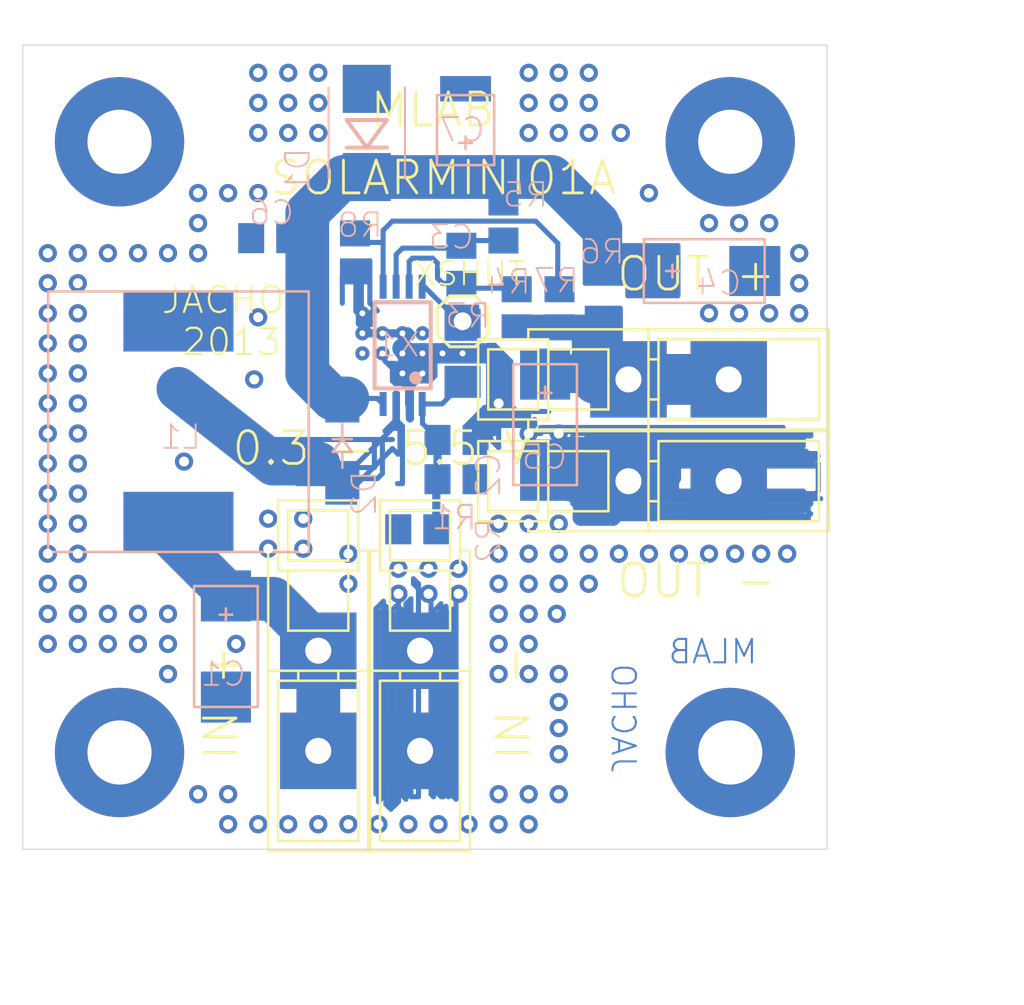
<source format=kicad_pcb>
(kicad_pcb (version 20211014) (generator pcbnew)
  (layers (0 "F.Cu" signal) (31 "B.Cu" signal) (34 "B.Paste" user) (35 "F.Paste" user) (36 "B.SilkS" user "B.Silkscreen") (37 "F.SilkS" user "F.Silkscreen") (38 "B.Mask" user) (39 "F.Mask" user) (44 "Edge.Cuts" user))
  (net 0 "")
  (net 1 "N$1")
  (net 2 "N$3")
  (net 3 "GND")
  (net 4 "N$6")
  (net 5 "N$2")
  (net 6 "N$4")
  (net 7 "N$5")
  (net 8 "N$8")
  (net 9 "VCTRL")
  (net 10 "N$9")
  (footprint "untitled:WAGO256" (layer "F.Cu") (at 143.1811 117.7036 90)
    (fp_text reference "SV1" hide)
    (fp_text value "")
  )
  (footprint "untitled:MA01-1" (layer "F.Cu") (at 150.3811 98.7236)
    (fp_text reference "SV5" hide)
    (fp_text value "")
  )
  (footprint "untitled:WAGO256" (layer "F.Cu") (at 161.2011 101.6236 180)
    (fp_text reference "SV3" hide)
    (fp_text value "")
  )
  (footprint "untitled:SROUB3M" (layer "F.Cu") (at 133.2611 120.2436)
    (fp_text reference "X5" hide)
    (fp_text value "SROUB3M" hide)
  )
  (footprint "untitled:SROUB3M" (layer "F.Cu") (at 133.2611 89.7636 90)
    (fp_text reference "X4" hide)
    (fp_text value "SROUB3M" hide)
  )
  (footprint "untitled:SROUB3M" (layer "F.Cu") (at 163.7411 89.7636)
    (fp_text reference "X2" hide)
    (fp_text value "SROUB3M" hide)
  )
  (footprint "untitled:WAGO256" (layer "F.Cu") (at 161.2011 106.7036 180)
    (fp_text reference "SV4" hide)
    (fp_text value "")
  )
  (footprint "untitled:WAGO256" (layer "F.Cu") (at 148.2611 117.7036 90)
    (fp_text reference "SV2" hide)
    (fp_text value "")
  )
  (footprint "untitled:SROUB3M" (layer "F.Cu") (at 163.7411 120.2436)
    (fp_text reference "X3" hide)
    (fp_text value "SROUB3M" hide)
  )
  (footprint "untitled:0805" (layer "B.Cu") (at 153.0811 98.0736 -90)
    (fp_text reference "R4")
    (fp_text value "1k")
  )
  (footprint "untitled:0805" (layer "B.Cu") (at 152.4211 93.7436 90)
    (fp_text reference "R5")
    (fp_text value "1k")
  )
  (footprint "untitled:C" (layer "B.Cu") (at 154.5011 103.8836 90)
    (fp_text reference "C5")
    (fp_text value "47uF")
  )
  (footprint "untitled:TSSOP8" (layer "B.Cu") (at 147.3911 99.9236 180)
    (fp_text reference "X1")
    (fp_text value "SPV1040")
  )
  (footprint "untitled:0805" (layer "B.Cu") (at 150.0811 106.6036 180)
    (fp_text reference "R2")
    (fp_text value "DNM")
  )
  (footprint "untitled:0805" (layer "B.Cu") (at 148.1211 109.1036 180)
    (fp_text reference "R1")
    (fp_text value "1k")
  )
  (footprint "untitled:0805" (layer "B.Cu") (at 155.2211 98.0736 -90)
    (fp_text reference "R7")
    (fp_text value "")
  )
  (footprint "untitled:C0805" (layer "B.Cu") (at 140.7811 94.5736 180)
    (fp_text reference "C6")
    (fp_text value "100nF")
  )
  (footprint "untitled:C" (layer "B.Cu") (at 138.5711 114.9536 90)
    (fp_text reference "C1")
    (fp_text value "47uF")
  )
  (footprint "untitled:0805" (layer "B.Cu") (at 145.0111 95.2836 90)
    (fp_text reference "R8")
    (fp_text value "")
  )
  (footprint "untitled:1206" (layer "B.Cu") (at 157.3811 97.3236 -90)
    (fp_text reference "R6")
    (fp_text value "0R")
  )
  (footprint "untitled:C" (layer "B.Cu") (at 162.4411 96.2136 180)
    (fp_text reference "C4")
    (fp_text value "47uF")
  )
  (footprint "untitled:C0805" (layer "B.Cu") (at 150.3211 95.9036 90)
    (fp_text reference "C3")
    (fp_text value "1uF")
  )
  (footprint "untitled:SMB" (layer "B.Cu") (at 145.6011 89.3236 90)
    (fp_text reference "D1")
    (fp_text value "SMBJ5.0A")
  )
  (footprint "untitled:SMA" (layer "B.Cu") (at 144.3811 104.9236 90)
    (fp_text reference "D2")
    (fp_text value "15MQ040N")
  )
  (footprint "untitled:B" (layer "B.Cu") (at 150.5311 89.0236 -90)
    (fp_text reference "C7")
    (fp_text value "10uF")
  )
  (footprint "untitled:C0805" (layer "B.Cu") (at 150.0811 104.6436)
    (fp_text reference "C2")
    (fp_text value "1nF")
  )
  (footprint "untitled:DE1205-10" (layer "B.Cu") (at 136.2011 103.7336 90)
    (fp_text reference "L1")
    (fp_text value "10uH")
  )
  (footprint "untitled:1206" (layer "B.Cu") (at 150.3811 100.3236 90)
    (fp_text reference "R3")
    (fp_text value "0R")
  )
  (gr_line (start 128.4351 125.0696) (end 168.5671 125.0696) (layer "Edge.Cuts") (width 0.05))
  (gr_line (start 168.5671 84.9376) (end 128.4351 84.9376) (layer "Edge.Cuts") (width 0.05))
  (gr_line (start 168.5671 125.0696) (end 168.5671 84.9376) (layer "Edge.Cuts") (width 0.05))
  (gr_line (start 128.4351 84.9376) (end 128.4351 125.0696) (layer "Edge.Cuts") (width 0.05))
  (gr_text "MLAB" (at 160.5811 114.5236) (layer "B.Cu") (effects (font (size 1.1684 1.1684) (thickness 0.1016)) (justify right top mirror)))
  (gr_text "JACHO" (at 159.0811 115.7236 -90) (layer "B.Cu") (effects (font (size 1.1684 1.1684) (thickness 0.1016)) (justify right top mirror)))
  (gr_text "MLAB" (at 145.6811 89.1236) (layer "F.SilkS") (effects (font (size 1.63576 1.63576) (thickness 0.14224)) (justify left bottom)))
  (gr_text "JACHO" (at 135.2811 98.4236) (layer "F.SilkS") (effects (font (size 1.308608 1.308608) (thickness 0.113792)) (justify left bottom)))
  (gr_text "OUT -" (at 157.9811 112.6236) (layer "F.SilkS") (effects (font (size 1.63576 1.63576) (thickness 0.14224)) (justify left bottom)))
  (gr_text "XSHUT" (at 147.8811 97.0236) (layer "F.SilkS") (effects (font (size 1.1684 1.1684) (thickness 0.1016)) (justify left bottom)))
  (gr_text "IN -" (at 153.8811 120.7236 90) (layer "F.SilkS") (effects (font (size 1.63576 1.63576) (thickness 0.14224)) (justify left bottom)))
  (gr_text "0.3 - 5.5 V" (at 138.7811 106.0236) (layer "F.SilkS") (effects (font (size 1.63576 1.63576) (thickness 0.14224)) (justify left bottom)))
  (gr_text "IN +" (at 139.2811 120.7236 90) (layer "F.SilkS") (effects (font (size 1.63576 1.63576) (thickness 0.14224)) (justify left bottom)))
  (gr_text "SOLARMINI01A" (at 140.6811 92.5236) (layer "F.SilkS") (effects (font (size 1.63576 1.63576) (thickness 0.14224)) (justify left bottom)))
  (gr_text "2013" (at 136.2811 100.5236) (layer "F.SilkS") (effects (font (size 1.308608 1.308608) (thickness 0.113792)) (justify left bottom)))
  (gr_text "OUT +" (at 157.9811 97.3236) (layer "F.SilkS") (effects (font (size 1.63576 1.63576) (thickness 0.14224)) (justify left bottom)))
  (segment (start 143.1711 114.8136) (end 140.9311 112.5736) (width 2.1844) (layer "B.Cu") (net 1))
  (segment (start 138.6761 112.3236) (end 138.6761 112.3186) (width 2.1844) (layer "B.Cu") (net 1))
  (segment (start 143.1811 115.1636) (end 143.1811 120.1636) (width 2.1844) (layer "B.Cu") (net 1))
  (segment (start 138.6811 112.3236) (end 138.6761 112.3236) (width 2.1844) (layer "B.Cu") (net 1))
  (segment (start 140.9311 112.5736) (end 138.9311 112.5736) (width 2.1844) (layer "B.Cu") (net 1))
  (segment (start 138.9311 112.5736) (end 138.6811 112.3236) (width 2.1844) (layer "B.Cu") (net 1))
  (segment (start 138.6761 112.3186) (end 135.1811 108.8236) (width 2.1844) (layer "B.Cu") (net 1))
  (segment (start 138.6761 112.3236) (end 138.5711 112.4286) (width 2.1844) (layer "B.Cu") (net 1))
  (segment (start 135.1811 108.8236) (end 136.1111 108.8236) (width 2.1844) (layer "B.Cu") (net 1))
  (segment (start 136.1111 108.8236) (end 136.2011 108.7336) (width 2.1844) (layer "B.Cu") (net 1))
  (segment (start 143.1811 115.1636) (end 143.1711 114.8136) (width 2.1844) (layer "B.Cu") (net 1))
  (segment (start 148.3811 102.8636) (end 148.3811 103.8236) (width 0.254) (layer "B.Cu") (net 2))
  (segment (start 148.3661 102.8486) (end 149.3561 102.8486) (width 0.254) (layer "B.Cu") (net 2))
  (segment (start 149.3561 102.8486) (end 150.3811 101.8236) (width 0.254) (layer "B.Cu") (net 2))
  (segment (start 150.3811 101.8236) (end 150.3811 101.7456) (width 0.254) (layer "B.Cu") (net 2))
  (segment (start 149.0711 109.1036) (end 149.0711 106.6636) (width 0.4064) (layer "B.Cu") (net 2))
  (segment (start 149.0711 106.6636) (end 149.1311 106.6036) (width 0.4064) (layer "B.Cu") (net 2))
  (segment (start 149.1311 106.6036) (end 149.1311 104.6436) (width 0.4064) (layer "B.Cu") (net 2))
  (segment (start 149.1311 104.6436) (end 149.1311 104.5736) (width 0.4064) (layer "B.Cu") (net 2))
  (segment (start 150.3811 101.5736) (end 150.3811 101.7456) (width 0.4064) (layer "B.Cu") (net 2))
  (segment (start 148.3811 103.8236) (end 149.1311 104.5736) (width 0.254) (layer "B.Cu") (net 2))
  (segment (start 148.3811 102.8636) (end 148.3661 102.8486) (width 0.254) (layer "B.Cu") (net 2))
  (via (at 152.1811 102.8236) (size 0.9064) (drill 0.5) (layers "F.Cu" "B.Cu") (net 3))
  (via (at 152.1811 110.3236) (size 0.9064) (drill 0.5) (layers "F.Cu" "B.Cu") (net 3))
  (via (at 129.6811 105.8236) (size 0.9064) (drill 0.5) (layers "F.Cu" "B.Cu") (net 3))
  (via (at 143.1811 86.3236) (size 0.9064) (drill 0.5) (layers "F.Cu" "B.Cu") (net 3))
  (via (at 137.1811 122.3236) (size 0.9064) (drill 0.5) (layers "F.Cu" "B.Cu") (net 3))
  (via (at 139.9811 101.6236) (size 0.9064) (drill 0.5) (layers "F.Cu" "B.Cu") (net 3))
  (via (at 131.1811 102.8236) (size 0.9064) (drill 0.5) (layers "F.Cu" "B.Cu") (net 3))
  (via (at 165.6811 98.3236) (size 0.9064) (drill 0.5) (layers "F.Cu" "B.Cu") (net 3))
  (via (at 138.6811 92.3236) (size 0.9064) (drill 0.5) (layers "F.Cu" "B.Cu") (net 3))
  (via (at 131.1811 96.8236) (size 0.9064) (drill 0.5) (layers "F.Cu" "B.Cu") (net 3))
  (via (at 149.1811 123.8236) (size 0.9064) (drill 0.5) (layers "F.Cu" "B.Cu") (net 3))
  (via (at 152.1811 113.3236) (size 0.9064) (drill 0.5) (layers "F.Cu" "B.Cu") (net 3))
  (via (at 140.6811 108.5736) (size 0.9064) (drill 0.5) (layers "F.Cu" "B.Cu") (net 3))
  (via (at 140.6811 110.0736) (size 0.9064) (drill 0.5) (layers "F.Cu" "B.Cu") (net 3))
  (via (at 135.6811 113.3236) (size 0.9064) (drill 0.5) (layers "F.Cu" "B.Cu") (net 3))
  (via (at 162.6811 98.3236) (size 0.9064) (drill 0.5) (layers "F.Cu" "B.Cu") (net 3))
  (via (at 145.3811 98.3236) (size 0.7064) (drill 0.3) (layers "F.Cu" "B.Cu") (net 3))
  (via (at 152.1811 123.8236) (size 0.9064) (drill 0.5) (layers "F.Cu" "B.Cu") (net 3))
  (via (at 161.1811 110.3236) (size 0.9064) (drill 0.5) (layers "F.Cu" "B.Cu") (net 3))
  (via (at 129.6811 101.3236) (size 0.9064) (drill 0.5) (layers "F.Cu" "B.Cu") (net 3))
  (via (at 140.1811 89.3236) (size 0.9064) (drill 0.5) (layers "F.Cu" "B.Cu") (net 3))
  (via (at 129.6811 108.8236) (size 0.9064) (drill 0.5) (layers "F.Cu" "B.Cu") (net 3))
  (via (at 150.1811 111.0736) (size 0.9064) (drill 0.5) (layers "F.Cu" "B.Cu") (net 3))
  (via (at 135.6811 114.8236) (size 0.9064) (drill 0.5) (layers "F.Cu" "B.Cu") (net 3))
  (via (at 153.6811 86.3236) (size 0.9064) (drill 0.5) (layers "F.Cu" "B.Cu") (net 3))
  (via (at 140.1811 92.3236) (size 0.9064) (drill 0.5) (layers "F.Cu" "B.Cu") (net 3))
  (via (at 136.4811 105.7236) (size 0.9064) (drill 0.5) (layers "F.Cu" "B.Cu") (net 3))
  (via (at 143.1811 89.3236) (size 0.9064) (drill 0.5) (layers "F.Cu" "B.Cu") (net 3))
  (via (at 167.1811 95.3236) (size 0.9064) (drill 0.5) (layers "F.Cu" "B.Cu") (net 3))
  (via (at 147.1811 112.3236) (size 0.9064) (drill 0.5) (layers "F.Cu" "B.Cu") (net 3))
  (via (at 142.4311 110.0736) (size 0.9064) (drill 0.5) (layers "F.Cu" "B.Cu") (net 3))
  (via (at 155.1811 120.3236) (size 0.9064) (drill 0.5) (layers "F.Cu" "B.Cu") (net 3))
  (via (at 148.3811 101.3236) (size 0.7064) (drill 0.3) (layers "F.Cu" "B.Cu") (net 3))
  (via (at 131.1811 113.3236) (size 0.9064) (drill 0.5) (layers "F.Cu" "B.Cu") (net 3))
  (via (at 150.3811 100.3236) (size 0.7064) (drill 0.3) (layers "F.Cu" "B.Cu") (net 3))
  (via (at 141.6811 86.3236) (size 0.9064) (drill 0.5) (layers "F.Cu" "B.Cu") (net 3))
  (via (at 140.1811 86.3236) (size 0.9064) (drill 0.5) (layers "F.Cu" "B.Cu") (net 3))
  (via (at 134.1811 114.8236) (size 0.9064) (drill 0.5) (layers "F.Cu" "B.Cu") (net 3))
  (via (at 140.1811 98.5236) (size 0.9064) (drill 0.5) (layers "F.Cu" "B.Cu") (net 3))
  (via (at 134.1811 95.3236) (size 0.9064) (drill 0.5) (layers "F.Cu" "B.Cu") (net 3))
  (via (at 135.6811 116.3236) (size 0.9064) (drill 0.5) (layers "F.Cu" "B.Cu") (net 3))
  (via (at 165.6811 93.8236) (size 0.9064) (drill 0.5) (layers "F.Cu" "B.Cu") (net 3))
  (via (at 148.3811 100.3236) (size 0.7064) (drill 0.3) (layers "F.Cu" "B.Cu") (net 3))
  (via (at 153.6811 104.3236) (size 0.9064) (drill 0.5) (layers "F.Cu" "B.Cu") (net 3))
  (via (at 129.6811 104.3236) (size 0.9064) (drill 0.5) (layers "F.Cu" "B.Cu") (net 3))
  (via (at 162.6811 93.8236) (size 0.9064) (drill 0.5) (layers "F.Cu" "B.Cu") (net 3))
  (via (at 152.1811 113.3236) (size 0.9064) (drill 0.5) (layers "F.Cu" "B.Cu") (net 3))
  (via (at 129.6811 95.3236) (size 0.9064) (drill 0.5) (layers "F.Cu" "B.Cu") (net 3))
  (via (at 158.2811 89.3236) (size 0.9064) (drill 0.5) (layers "F.Cu" "B.Cu") (net 3))
  (via (at 146.1811 123.8236) (size 0.9064) (drill 0.5) (layers "F.Cu" "B.Cu") (net 3))
  (via (at 143.1811 123.8236) (size 0.9064) (drill 0.5) (layers "F.Cu" "B.Cu") (net 3))
  (via (at 166.5811 110.3236) (size 0.9064) (drill 0.5) (layers "F.Cu" "B.Cu") (net 3))
  (via (at 152.1811 116.3236) (size 0.9064) (drill 0.5) (layers "F.Cu" "B.Cu") (net 3))
  (via (at 164.1811 93.8236) (size 0.9064) (drill 0.5) (layers "F.Cu" "B.Cu") (net 3))
  (via (at 129.6811 99.8236) (size 0.9064) (drill 0.5) (layers "F.Cu" "B.Cu") (net 3))
  (via (at 131.1811 107.3236) (size 0.9064) (drill 0.5) (layers "F.Cu" "B.Cu") (net 3))
  (via (at 132.6811 95.3236) (size 0.9064) (drill 0.5) (layers "F.Cu" "B.Cu") (net 3))
  (via (at 150.1811 112.3236) (size 0.9064) (drill 0.5) (layers "F.Cu" "B.Cu") (net 3))
  (via (at 131.1811 98.3236) (size 0.9064) (drill 0.5) (layers "F.Cu" "B.Cu") (net 3))
  (via (at 129.6811 111.8236) (size 0.9064) (drill 0.5) (layers "F.Cu" "B.Cu") (net 3))
  (via (at 155.1811 89.3236) (size 0.9064) (drill 0.5) (layers "F.Cu" "B.Cu") (net 3))
  (via (at 129.6811 96.8236) (size 0.9064) (drill 0.5) (layers "F.Cu" "B.Cu") (net 3))
  (via (at 131.1811 99.8236) (size 0.9064) (drill 0.5) (layers "F.Cu" "B.Cu") (net 3))
  (via (at 147.3811 99.3236) (size 0.7064) (drill 0.3) (layers "F.Cu" "B.Cu") (net 3))
  (via (at 131.1811 105.8236) (size 0.9064) (drill 0.5) (layers "F.Cu" "B.Cu") (net 3))
  (via (at 153.6811 116.3236) (size 0.9064) (drill 0.5) (layers "F.Cu" "B.Cu") (net 3))
  (via (at 144.6811 123.8236) (size 0.9064) (drill 0.5) (layers "F.Cu" "B.Cu") (net 3))
  (via (at 153.6811 108.8236) (size 0.9064) (drill 0.5) (layers "F.Cu" "B.Cu") (net 3))
  (via (at 147.6811 123.8236) (size 0.9064) (drill 0.5) (layers "F.Cu" "B.Cu") (net 3))
  (via (at 147.3811 100.3236) (size 0.7064) (drill 0.3) (layers "F.Cu" "B.Cu") (net 3))
  (via (at 131.1811 104.3236) (size 0.9064) (drill 0.5) (layers "F.Cu" "B.Cu") (net 3))
  (via (at 135.6811 95.3236) (size 0.9064) (drill 0.5) (layers "F.Cu" "B.Cu") (net 3))
  (via (at 155.1811 119.0236) (size 0.9064) (drill 0.5) (layers "F.Cu" "B.Cu") (net 3))
  (via (at 139.0811 114.8236) (size 0.9064) (drill 0.5) (layers "F.Cu" "B.Cu") (net 3))
  (via (at 140.1811 123.8236) (size 0.9064) (drill 0.5) (layers "F.Cu" "B.Cu") (net 3))
  (via (at 152.1811 111.8236) (size 0.9064) (drill 0.5) (layers "F.Cu" "B.Cu") (net 3))
  (via (at 144.6811 111.8236) (size 0.9064) (drill 0.5) (layers "F.Cu" "B.Cu") (net 3))
  (via (at 156.6811 86.3236) (size 0.9064) (drill 0.5) (layers "F.Cu" "B.Cu") (net 3))
  (via (at 155.1811 122.3236) (size 0.9064) (drill 0.5) (layers "F.Cu" "B.Cu") (net 3))
  (via (at 131.1811 114.8236) (size 0.9064) (drill 0.5) (layers "F.Cu" "B.Cu") (net 3))
  (via (at 134.1811 113.3236) (size 0.9064) (drill 0.5) (layers "F.Cu" "B.Cu") (net 3))
  (via (at 148.6811 111.0736) (size 0.9064) (drill 0.5) (layers "F.Cu" "B.Cu") (net 3))
  (via (at 155.1811 86.3236) (size 0.9064) (drill 0.5) (layers "F.Cu" "B.Cu") (net 3))
  (via (at 142.4311 108.5736) (size 0.9064) (drill 0.5) (layers "F.Cu" "B.Cu") (net 3))
  (via (at 131.1811 101.3236) (size 0.9064) (drill 0.5) (layers "F.Cu" "B.Cu") (net 3))
  (via (at 131.1811 95.3236) (size 0.9064) (drill 0.5) (layers "F.Cu" "B.Cu") (net 3))
  (via (at 141.6811 123.8236) (size 0.9064) (drill 0.5) (layers "F.Cu" "B.Cu") (net 3))
  (via (at 156.6811 111.8236) (size 0.9064) (drill 0.5) (layers "F.Cu" "B.Cu") (net 3))
  (via (at 145.3811 100.3236) (size 0.7064) (drill 0.3) (layers "F.Cu" "B.Cu") (net 3))
  (via (at 129.6811 113.3236) (size 0.9064) (drill 0.5) (layers "F.Cu" "B.Cu") (net 3))
  (via (at 141.6811 87.8236) (size 0.9064) (drill 0.5) (layers "F.Cu" "B.Cu") (net 3))
  (via (at 148.6811 112.3236) (size 0.9064) (drill 0.5) (layers "F.Cu" "B.Cu") (net 3))
  (via (at 138.6811 123.8236) (size 0.9064) (drill 0.5) (layers "F.Cu" "B.Cu") (net 3))
  (via (at 150.6811 123.8236) (size 0.9064) (drill 0.5) (layers "F.Cu" "B.Cu") (net 3))
  (via (at 165.2811 110.3236) (size 0.9064) (drill 0.5) (layers "F.Cu" "B.Cu") (net 3))
  (via (at 137.1811 93.8236) (size 0.9064) (drill 0.5) (layers "F.Cu" "B.Cu") (net 3))
  (via (at 129.6811 102.8236) (size 0.9064) (drill 0.5) (layers "F.Cu" "B.Cu") (net 3))
  (via (at 156.6811 110.3236) (size 0.9064) (drill 0.5) (layers "F.Cu" "B.Cu") (net 3))
  (via (at 129.6811 107.3236) (size 0.9064) (drill 0.5) (layers "F.Cu" "B.Cu") (net 3))
  (via (at 163.9811 110.3236) (size 0.9064) (drill 0.5) (layers "F.Cu" "B.Cu") (net 3))
  (via (at 137.1811 95.3236) (size 0.9064) (drill 0.5) (layers "F.Cu" "B.Cu") (net 3))
  (via (at 132.6811 113.3236) (size 0.9064) (drill 0.5) (layers "F.Cu" "B.Cu") (net 3))
  (via (at 152.1811 122.3236) (size 0.9064) (drill 0.5) (layers "F.Cu" "B.Cu") (net 3))
  (via (at 132.6811 114.8236) (size 0.9064) (drill 0.5) (layers "F.Cu" "B.Cu") (net 3))
  (via (at 155.0811 113.3236) (size 0.9064) (drill 0.5) (layers "F.Cu" "B.Cu") (net 3))
  (via (at 131.1811 108.8236) (size 0.9064) (drill 0.5) (layers "F.Cu" "B.Cu") (net 3))
  (via (at 153.6811 89.3236) (size 0.9064) (drill 0.5) (layers "F.Cu" "B.Cu") (net 3))
  (via (at 129.6811 110.3236) (size 0.9064) (drill 0.5) (layers "F.Cu" "B.Cu") (net 3))
  (via (at 155.1811 104.3236) (size 0.9064) (drill 0.5) (layers "F.Cu" "B.Cu") (net 3))
  (via (at 149.3811 100.3236) (size 0.7064) (drill 0.3) (layers "F.Cu" "B.Cu") (net 3))
  (via (at 147.3811 101.3236) (size 0.7064) (drill 0.3) (layers "F.Cu" "B.Cu") (net 3))
  (via (at 144.6811 110.3236) (size 0.9064) (drill 0.5) (layers "F.Cu" "B.Cu") (net 3))
  (via (at 153.6811 113.3236) (size 0.9064) (drill 0.5) (layers "F.Cu" "B.Cu") (net 3))
  (via (at 153.6811 123.8236) (size 0.9064) (drill 0.5) (layers "F.Cu" "B.Cu") (net 3))
  (via (at 156.6811 87.8236) (size 0.9064) (drill 0.5) (layers "F.Cu" "B.Cu") (net 3))
  (via (at 137.1811 92.3236) (size 0.9064) (drill 0.5) (layers "F.Cu" "B.Cu") (net 3))
  (via (at 152.1811 108.8236) (size 0.9064) (drill 0.5) (layers "F.Cu" "B.Cu") (net 3))
  (via (at 153.6811 110.3236) (size 0.9064) (drill 0.5) (layers "F.Cu" "B.Cu") (net 3))
  (via (at 145.3811 99.3236) (size 0.7064) (drill 0.3) (layers "F.Cu" "B.Cu") (net 3))
  (via (at 143.1811 87.8236) (size 0.9064) (drill 0.5) (layers "F.Cu" "B.Cu") (net 3))
  (via (at 155.1811 111.8236) (size 0.9064) (drill 0.5) (layers "F.Cu" "B.Cu") (net 3))
  (via (at 129.6811 114.8236) (size 0.9064) (drill 0.5) (layers "F.Cu" "B.Cu") (net 3))
  (via (at 159.6811 110.3236) (size 0.9064) (drill 0.5) (layers "F.Cu" "B.Cu") (net 3))
  (via (at 155.1811 108.8236) (size 0.9064) (drill 0.5) (layers "F.Cu" "B.Cu") (net 3))
  (via (at 146.3811 99.3236) (size 0.7064) (drill 0.3) (layers "F.Cu" "B.Cu") (net 3))
  (via (at 153.6811 114.8236) (size 0.9064) (drill 0.5) (layers "F.Cu" "B.Cu") (net 3))
  (via (at 140.1811 87.8236) (size 0.9064) (drill 0.5) (layers "F.Cu" "B.Cu") (net 3))
  (via (at 146.3811 100.3236) (size 0.7064) (drill 0.3) (layers "F.Cu" "B.Cu") (net 3))
  (via (at 141.6811 89.3236) (size 0.9064) (drill 0.5) (layers "F.Cu" "B.Cu") (net 3))
  (via (at 138.6811 122.3236) (size 0.9064) (drill 0.5) (layers "F.Cu" "B.Cu") (net 3))
  (via (at 158.1811 110.3236) (size 0.9064) (drill 0.5) (layers "F.Cu" "B.Cu") (net 3))
  (via (at 155.1811 117.7236) (size 0.9064) (drill 0.5) (layers "F.Cu" "B.Cu") (net 3))
  (via (at 155.1811 116.3236) (size 0.9064) (drill 0.5) (layers "F.Cu" "B.Cu") (net 3))
  (via (at 153.6811 87.8236) (size 0.9064) (drill 0.5) (layers "F.Cu" "B.Cu") (net 3))
  (via (at 159.6811 92.3236) (size 0.9064) (drill 0.5) (layers "F.Cu" "B.Cu") (net 3))
  (via (at 162.6811 110.3236) (size 0.9064) (drill 0.5) (layers "F.Cu" "B.Cu") (net 3))
  (via (at 167.1811 98.3236) (size 0.9064) (drill 0.5) (layers "F.Cu" "B.Cu") (net 3))
  (via (at 153.6811 111.8236) (size 0.9064) (drill 0.5) (layers "F.Cu" "B.Cu") (net 3))
  (via (at 129.6811 98.3236) (size 0.9064) (drill 0.5) (layers "F.Cu" "B.Cu") (net 3))
  (via (at 148.3811 99.3236) (size 0.7064) (drill 0.3) (layers "F.Cu" "B.Cu") (net 3))
  (via (at 147.1811 111.0736) (size 0.9064) (drill 0.5) (layers "F.Cu" "B.Cu") (net 3))
  (via (at 131.1811 111.8236) (size 0.9064) (drill 0.5) (layers "F.Cu" "B.Cu") (net 3))
  (via (at 167.1811 96.8236) (size 0.9064) (drill 0.5) (layers "F.Cu" "B.Cu") (net 3))
  (via (at 152.1811 114.8236) (size 0.9064) (drill 0.5) (layers "F.Cu" "B.Cu") (net 3))
  (via (at 155.1811 87.8236) (size 0.9064) (drill 0.5) (layers "F.Cu" "B.Cu") (net 3))
  (via (at 153.6811 122.3236) (size 0.9064) (drill 0.5) (layers "F.Cu" "B.Cu") (net 3))
  (via (at 155.1811 110.3236) (size 0.9064) (drill 0.5) (layers "F.Cu" "B.Cu") (net 3))
  (via (at 131.1811 110.3236) (size 0.9064) (drill 0.5) (layers "F.Cu" "B.Cu") (net 3))
  (via (at 164.1811 98.3236) (size 0.9064) (drill 0.5) (layers "F.Cu" "B.Cu") (net 3))
  (via (at 156.6811 89.3236) (size 0.9064) (drill 0.5) (layers "F.Cu" "B.Cu") (net 3))
  (segment (start 148.7561 101.3236) (end 148.8811 101.4486) (width 0.254) (layer "B.Cu") (net 3))
  (segment (start 145.2561 96.4486) (end 145.0061 96.1986) (width 0.4064) (layer "B.Cu") (net 3))
  (segment (start 151.9811 102.8236) (end 152.0811 102.9236) (width 0.254) (layer "B.Cu") (net 3))
  (segment (start 151.4811 103.5236) (end 151.1811 103.8236) (width 0.254) (layer "B.Cu") (net 3))
  (segment (start 149.3061 122.4486) (end 149.0561 122.1986) (width 0.254) (layer "B.Cu") (net 3))
  (segment (start 155.6811 105.7236) (end 155.6811 105.8236) (width 0.254) (layer "B.Cu") (net 3))
  (segment (start 146.0561 122.3236) (end 146.0561 113.0736) (width 0.254) (layer "B.Cu") (net 3))
  (segment (start 147.1811 122.6986) (end 146.9311 122.9486) (width 0.254) (layer "B.Cu") (net 3))
  (segment (start 167.7561 107.8236) (end 167.3811 108.1986) (width 0.254) (layer "B.Cu") (net 3))
  (segment (start 147.9311 111.8236) (end 148.8061 112.6986) (width 0.254) (layer "B.Cu") (net 3))
  (segment (start 150.5811 103.9236) (end 150.8811 103.9236) (width 0.254) (layer "B.Cu") (net 3))
  (segment (start 158.5061 104.3236) (end 159.1311 104.3236) (width 0.254) (layer "B.Cu") (net 3))
  (segment (start 152.1811 100.9236) (end 151.9811 100.7236) (width 0.254) (layer "B.Cu") (net 3))
  (segment (start 159.5811 104.3236) (end 159.5811 104.5236) (width 0.254) (layer "B.Cu") (net 3))
  (segment (start 157.6311 108.4486) (end 167.6311 108.4486) (width 0.254) (layer "B.Cu") (net 3))
  (segment (start 159.5811 104.6236) (end 155.8811 104.6236) (width 0.254) (layer "B.Cu") (net 3))
  (segment (start 148.7561 101.6986) (end 149.0061 101.4486) (width 0.254) (layer "B.Cu") (net 3))
  (segment (start 148.6311 101.5736) (end 148.8811 101.3236) (width 0.254) (layer "B.Cu") (net 3))
  (segment (start 147.3811 101.8236) (end 147.6311 102.0736) (width 0.254) (layer "B.Cu") (net 3))
  (segment (start 147.2561 101.0736) (end 147.2561 101.1986) (width 0.254) (layer "B.Cu") (net 3))
  (segment (start 152.0811 102.8236) (end 152.4811 102.8236) (width 0.254) (layer "B.Cu") (net 3))
  (segment (start 160.7811 107.3236) (end 156.8811 107.3236) (width 0.254) (layer "B.Cu") (net 3))
  (segment (start 147.2561 101.1986) (end 147.1311 101.3236) (width 0.254) (layer "B.Cu") (net 3))
  (segment (start 147.3811 100.3236) (end 147.3811 101.3236) (width 0.254) (layer "B.Cu") (net 3))
  (segment (start 155.8811 106.1236) (end 155.8811 107.8236) (width 0.254) (layer "B.Cu") (net 3))
  (segment (start 167.7561 105.4486) (end 167.5061 105.1986) (width 0.254) (layer "B.Cu") (net 3))
  (segment (start 145.7561 98.3236) (end 146.0061 98.0736) (width 0.254) (layer "B.Cu") (net 3))
  (segment (start 144.3811 97.8236) (end 144.3811 96.5736) (width 0.254) (layer "B.Cu") (net 3))
  (segment (start 160.3811 105.9236) (end 160.3811 105.7236) (width 0.254) (layer "B.Cu") (net 3))
  (segment (start 147.7561 101.0736) (end 148.0061 101.3236) (width 0.254) (layer "B.Cu") (net 3))
  (segment (start 146.7561 100.8236) (end 147.0061 100.8236) (width 0.254) (layer "B.Cu") (net 3))
  (segment (start 147.2561 101.3236) (end 147.3811 101.4486) (width 0.254) (layer "B.Cu") (net 3))
  (segment (start 147.6311 99.3236) (end 147.3811 99.3236) (width 0.4064) (layer "B.Cu") (net 3))
  (segment (start 146.1811 113.3236) (end 146.5561 112.9486) (width 0.254) (layer "B.Cu") (net 3))
  (segment (start 147.7561 101.4486) (end 147.7561 103.5736) (width 0.4064) (layer "B.Cu") (net 3))
  (segment (start 148.3811 101.3236) (end 148.7561 101.3236) (width 0.254) (layer "B.Cu") (net 3))
  (segment (start 152.3811 103.4236) (end 152.6811 103.4236) (width 0.254) (layer "B.Cu") (net 3))
  (segment (start 145.2561 96.3236) (end 145.1311 96.1986) (width 0.4064) (layer "B.Cu") (net 3))
  (segment (start 155.7811 105.7236) (end 155.7811 106.1236) (width 0.254) (layer "B.Cu") (net 3))
  (segment (start 151.1811 103.8236) (end 151.6811 103.8236) (width 0.254) (layer "B.Cu") (net 3))
  (segment (start 147.6311 101.6986) (end 147.5061 101.6986) (width 0.254) (layer "B.Cu") (net 3))
  (segment (start 146.4311 112.6986) (end 146.4311 122.4486) (width 0.254) (layer "B.Cu") (net 3))
  (segment (start 152.4811 103.2236) (end 152.4811 103.3236) (width 0.254) (layer "B.Cu") (net 3))
  (segment (start 160.8811 105.2236) (end 160.8811 106.5236) (width 0.8128) (layer "B.Cu") (net 3))
  (segment (start 148.7561 100.9486) (end 148.6311 100.9486) (width 0.254) (layer "B.Cu") (net 3))
  (segment (start 147.5061 101.5736) (end 147.5061 100.8236) (width 0.254) (layer "B.Cu") (net 3))
  (segment (start 160.8811 106.5236) (end 155.1811 106.5236) (width 0.8128) (layer "B.Cu") (net 3))
  (segment (start 149.6811 122.4486) (end 149.6811 113.3236) (width 0.254) (layer "B.Cu") (net 3))
  (segment (start 148.8811 101.0736) (end 148.7561 100.9486) (width 0.254) (layer "B.Cu") (net 3))
  (segment (start 157.8811 108.0236) (end 157.8811 108.5236) (width 0.8128) (layer "B.Cu") (net 3))
  (segment (start 152.7811 100.7236) (end 152.7811 102.9236) (width 0.254) (layer "B.Cu") (net 3))
  (segment (start 156.2811 108.5236) (end 156.2811 108.3236) (width 0.8128) (layer "B.Cu") (net 3))
  (segment (start 148.8811 101.1986) (end 148.8811 101.0736) (width 0.254) (layer "B.Cu") (net 3))
  (segment (start 146.0061 98.0736) (end 145.7561 97.8236) (width 0.254) (layer "B.Cu") (net 3))
  (segment (start 146.9311 113.4486) (end 147.3061 113.0736) (width 0.254) (layer "B.Cu") (net 3))
  (segment (start 147.3811 101.3236) (end 147.3811 101.5736) (width 0.254) (layer "B.Cu") (net 3))
  (segment (start 145.1311 96.1986) (end 145.1311 98.1986) (width 0.4064) (layer "B.Cu") (net 3))
  (segment (start 156.2811 107.9236) (end 158.0811 107.9236) (width 0.8128) (layer "B.Cu") (net 3))
  (segment (start 147.6311 101.6986) (end 147.5061 101.8236) (width 0.254) (layer "B.Cu") (net 3))
  (segment (start 160.3811 105.7236) (end 155.7811 105.7236) (width 0.254) (layer "B.Cu") (net 3))
  (segment (start 145.2561 98.8236) (end 145.2561 96.4486) (width 0.4064) (layer "B.Cu") (net 3))
  (segment (start 151.8811 104.2236) (end 152.0811 104.0236) (width 0.254) (layer "B.Cu") (net 3))
  (segment (start 147.0061 100.8236) (end 147.2561 101.0736) (width 0.254) (layer "B.Cu") (net 3))
  (segment (start 153.6811 103.4236) (end 152.6811 103.4236) (width 0.254) (layer "B.Cu") (net 3))
  (segment (start 167.3811 104.9486) (end 159.1311 104.9486) (width 0.254) (layer "B.Cu") (net 3))
  (segment (start 148.0061 101.3236) (end 147.6311 101.6986) (width 0.254) (layer "B.Cu") (net 3))
  (segment (start 147.7161 102.1136) (end 147.7561 102.0736) (width 0.4064) (layer "B.Cu") (net 3))
  (segment (start 155.8811 104.3236) (end 159.5811 104.3236) (width 0.254) (layer "B.Cu") (net 3))
  (segment (start 145.2561 96.4486) (end 145.2561 96.3236) (width 0.4064) (layer "B.Cu") (net 3))
  (segment (start 149.3061 112.8236) (end 149.3061 122.3236) (width 0.254) (layer "B.Cu") (net 3))
  (segment (start 146.8061 113.1986) (end 147.1811 112.8236) (width 0.254) (layer "B.Cu") (net 3))
  (segment (start 167.7561 104.3236) (end 167.6311 104.1986) (width 0.254) (layer "B.Cu") (net 3))
  (segment (start 152.0811 104.0236) (end 152.0811 104.2236) (width 0.254) (layer "B.Cu") (net 3))
  (segment (start 159.3811 105.6986) (end 167.8811 105.6986) (width 0.254) (layer "B.Cu") (net 3))
  (segment (start 147.5061 101.5736) (end 148.6311 101.5736) (width 0.254) (layer "B.Cu") (net 3))
  (segment (start 155.4811 104.9236) (end 155.4811 105.0236) (width 0.254) (layer "B.Cu") (net 3))
  (segment (start 167.5061 107.3236) (end 167.1311 107.3236) (width 0.254) (layer "B.Cu") (net 3))
  (segment (start 157.7561 108.5736) (end 157.6311 108.4486) (width 0.254) (layer "B.Cu") (net 3))
  (segment (start 151.9811 100.5236) (end 152.3811 100.9236) (width 0.254) (layer "B.Cu") (net 3))
  (segment (start 155.6811 105.8236) (end 160.4811 105.8236) (width 0.254) (layer "B.Cu") (net 3))
  (segment (start 160.1811 104.9236) (end 155.4811 104.9236) (width 0.254) (layer "B.Cu") (net 3))
  (segment (start 150.0561 122.5736) (end 150.0561 112.4486) (width 0.254) (layer "B.Cu") (net 3))
  (segment (start 148.8061 122.3236) (end 148.9311 122.4486) (width 0.254) (layer "B.Cu") (net 3))
  (segment (start 155.6811 105.5236) (end 155.6811 105.7236) (width 0.254) (layer "B.Cu") (net 3))
  (segment (start 159.5811 104.5236) (end 159.5811 104.6236) (width 0.254) (layer "B.Cu") (net 3))
  (segment (start 168.0061 105.9486) (end 168.1311 105.8236) (width 0.254) (layer "B.Cu") (net 3))
  (segment (start 151.7811 103.8236) (end 151.7811 103.0236) (width 0.254) (layer "B.Cu") (net 3))
  (segment (start 156.2811 107.2236) (end 156.2811 107.9236) (width 0.8128) (layer "B.Cu") (net 3))
  (segment (start 158.8811 104.9486) (end 159.1311 104.9486) (width 0.254) (layer "B.Cu") (net 3))
  (segment (start 152.3811 102.8236) (end 152.1811 102.8236) (width 0.254) (layer "B.Cu") (net 3))
  (segment (start 151.9811 100.7236) (end 151.9811 102.8236) (width 0.254) (layer "B.Cu") (net 3))
  (segment (start 151.9811 102.9236) (end 152.0811 102.8236) (width 0.254) (layer "B.Cu") (net 3))
  (segment (start 167.1311 107.3236) (end 166.8811 107.5736) (width 0.254) (layer "B.Cu") (net 3))
  (segment (start 167.3811 108.1986) (end 158.0061 108.1986) (width 0.254) (layer "B.Cu") (net 3))
  (segment (start 149.9311 122.4486) (end 150.0561 122.5736) (width 0.254) (layer "B.Cu") (net 3))
  (segment (start 146.1311 98.1986) (end 146.0061 98.0736) (width 0.254) (layer "B.Cu") (net 3))
  (segment (start 168.1311 107.1986) (end 168.0061 107.3236) (width 0.254) (layer "B.Cu") (net 3))
  (segment (start 152.6811 103.4236) (end 152.4811 103.2236) (width 0.254) (layer "B.Cu") (net 3))
  (segment (start 158.0811 108.0236) (end 157.8811 108.0236) (width 0.8128) (layer "B.Cu") (net 3))
  (segment (start 147.3811 101.5736) (end 147.2561 101.4486) (width 0.254) (layer "B.Cu") (net 3))
  (segment (start 152.4811 102.8236) (end 152.5811 102.9236) (width 0.254) (layer "B.Cu") (net 3))
  (segment (start 151.8811 104.3236) (end 151.8811 104.2236) (width 0.254) (layer "B.Cu") (net 3))
  (segment (start 151.7811 102.7236) (end 151.7811 100.6236) (width 0.254) (layer "B.Cu") (net 3))
  (segment (start 147.0061 101.6986) (end 147.0061 101.0736) (width 0.254) (layer "B.Cu") (net 3))
  (segment (start 159.1311 105.4486) (end 159.3811 105.6986) (width 0.254) (layer "B.Cu") (net 3))
  (segment (start 147.8061 122.4486) (end 148.1811 122.4486) (width 0.254) (layer "B.Cu") (net 3))
  (segment (start 159.3811 105.5736) (end 159.2561 105.6986) (width 0.254) (layer "B.Cu") (net 3))
  (segment (start 153.9811 103.9236) (end 151.8811 103.9236) (width 0.254) (layer "B.Cu") (net 3))
  (segment (start 147.7161 99.4086) (end 147.6311 99.3236) (width 0.6096) (layer "B.Cu") (net 3))
  (segment (start 160.5811 105.5236) (end 155.6811 105.5236) (width 0.254) (layer "B.Cu") (net 3))
  (segment (start 152.0811 104.2236) (end 151.9811 104.3236) (width 0.254) (layer "B.Cu") (net 3))
  (segment (start 168.1311 105.4486) (end 167.7561 105.4486) (width 0.254) (layer "B.Cu") (net 3))
  (segment (start 167.5061 107.9486) (end 167.7561 107.6986) (width 0.254) (layer "B.Cu") (net 3))
  (segment (start 152.8811 103.2236) (end 152.5811 102.9236) (width 0.254) (layer "B.Cu") (net 3))
  (segment (start 167.3811 104.5736) (end 167.3811 104.9486) (width 0.254) (layer "B.Cu") (net 3))
  (segment (start 153.9811 103.6236) (end 153.9811 103.9236) (width 0.254) (layer "B.Cu") (net 3))
  (segment (start 156.8811 107.3236) (end 156.7561 107.1986) (width 0.254) (layer "B.Cu") (net 3))
  (segment (start 148.1811 111.8236) (end 147.9311 111.5736) (width 0.254) (layer "B.Cu") (net 3))
  (segment (start 152.7811 103.2236) (end 152.8811 103.1236) (width 0.254) (layer "B.Cu") (net 3))
  (segment (start 146.9311 122.9486) (end 146.9311 113.4486) (width 0.254) (layer "B.Cu") (net 3))
  (segment (start 147.1811 112.8236) (end 147.1811 122.6986) (width 0.254) (layer "B.Cu") (net 3))
  (segment (start 167.8811 105.6986) (end 168.0061 105.5736) (width 0.254) (layer "B.Cu") (net 3))
  (segment (start 149.0061 101.4486) (end 149.0061 100.4486) (width 0.254) (layer "B.Cu") (net 3))
  (segment (start 155.7811 107.2236) (end 156.2811 107.2236) (width 0.8128) (layer "B.Cu") (net 3))
  (segment (start 151.5811 103.7236) (end 152.2811 103.7236) (width 0.254) (layer "B.Cu") (net 3))
  (segment (start 159.3811 104.2236) (end 154.1811 104.2236) (width 0.254) (layer "B.Cu") (net 3))
  (segment (start 149.3061 122.3236) (end 149.4311 122.4486) (width 0.254) (layer "B.Cu") (net 3))
  (segment (start 147.5561 122.5736) (end 147.5561 112.8236) (width 0.254) (layer "B.Cu") (net 3))
  (segment (start 145.1311 98.1986) (end 145.7561 98.8236) (width 0.4064) (layer "B.Cu") (net 3))
  (segment (start 146.8811 101.6986) (end 147.0061 101.8236) (width 0.254) (layer "B.Cu") (net 3))
  (segment (start 167.6311 108.5736) (end 157.7561 108.5736) (width 0.254) (layer "B.Cu") (net 3))
  (segment (start 148.1311 101.6986) (end 148.7561 101.6986) (width 0.254) (layer "B.Cu") (net 3))
  (segment (start 148.8811 100.4486) (end 148.0061 101.3236) (width 0.254) (layer "B.Cu") (net 3))
  (segment (start 152.1811 102.4236) (end 152.1811 100.9236) (width 0.254) (layer "B.Cu") (net 3))
  (segment (start 145.7561 98.8236) (end 145.7561 98.3236) (width 0.254) (layer "B.Cu") (net 3))
  (segment (start 147.6311 101.0736) (end 147.7561 101.0736) (width 0.254) (layer "B.Cu") (net 3))
  (segment (start 148.8811 101.3236) (end 148.8811 101.1986) (width 0.254) (layer "B.Cu") (net 3))
  (segment (start 147.5561 112.8236) (end 147.8061 112.5736) (width 0.254) (layer "B.Cu") (net 3))
  (segment (start 159.5811 104.5236) (end 156.5811 104.5236) (width 0.254) (layer "B.Cu") (net 3))
  (segment (start 152.1811 105.0236) (end 151.7811 104.6236) (width 0.254) (layer "B.Cu") (net 3))
  (segment (start 166.3811 104.0236) (end 159.5811 104.0236) (width 0.254) (layer "B.Cu") (net 3))
  (segment (start 148.0061 101.3236) (end 148.3811 101.3236) (width 0.254) (layer "B.Cu") (net 3))
  (segment (start 147.7161 102.8486) (end 147.7161 102.1136) (width 0.4064) (layer "B.Cu") (net 3))
  (segment (start 159.5811 104.0236) (end 159.5811 104.3236) (width 0.254) (layer "B.Cu") (net 3))
  (segment (start 160.1811 104.7236) (end 160.1811 104.9236) (width 0.254) (layer "B.Cu") (net 3))
  (segment (start 147.7161 102.8486) (end 147.7161 100.4086) (width 0.4064) (layer "B.Cu") (net 3))
  (segment (start 167.7561 107.5736) (end 167.6311 107.6986) (width 0.254) (layer "B.Cu") (net 3))
  (segment (start 151.7811 104.2236) (end 151.8811 104.3236) (width 0.254) (layer "B.Cu") (net 3))
  (segment (start 155.8811 104.6236) (end 155.8811 104.3236) (width 0.254) (layer "B.Cu") (net 3))
  (segment (start 153.7811 105.0236) (end 156.2811 105.0236) (width 0.8128) (layer "B.Cu") (net 3))
  (segment (start 159.5061 105.3236) (end 168.0061 105.3236) (width 0.254) (layer "B.Cu") (net 3))
  (segment (start 148.6311 100.9486) (end 148.8811 101.1986) (width 0.254) (layer "B.Cu") (net 3))
  (segment (start 155.4811 105.0236) (end 160.4811 105.0236) (width 0.254) (layer "B.Cu") (net 3))
  (segment (start 151.4811 103.0236) (end 150.5811 103.9236) (width 0.254) (layer "B.Cu") (net 3))
  (segment (start 158.0061 108.1986) (end 157.8811 108.0736) (width 0.254) (layer "B.Cu") (net 3))
  (segment (start 152.5811 102.9236) (end 152.5811 100.8236) (width 0.254) (layer "B.Cu") (net 3))
  (segment (start 144.3811 96.5736) (end 144.5061 96.4486) (width 0.254) (layer "B.Cu") (net 3))
  (segment (start 167.7561 107.6986) (end 167.7561 107.8236) (width 0.254) (layer "B.Cu") (net 3))
  (segment (start 147.0061 101.0736) (end 146.7561 100.8236) (width 0.254) (layer "B.Cu") (net 3))
  (segment (start 149.4311 122.4486) (end 149.3061 122.4486) (width 0.254) (layer "B.Cu") (net 3))
  (segment (start 146.8811 101.0736) (end 146.8811 101.6986) (width 0.254) (layer "B.Cu") (net 3))
  (segment (start 150.3811 100.3236) (end 149.3811 100.3236) (width 1.016) (layer "B.Cu") (net 3))
  (segment (start 160.4811 105.9236) (end 160.3811 105.9236) (width 0.254) (layer "B.Cu") (net 3))
  (segment (start 156.2811 105.0236) (end 156.2811 105.2236) (width 0.8128) (layer "B.Cu") (net 3))
  (segment (start 148.8061 112.6986) (end 148.8061 122.3236) (width 0.254) (layer "B.Cu") (net 3))
  (segment (start 146.5061 100.6986) (end 146.8811 101.0736) (width 0.254) (layer "B.Cu") (net 3))
  (segment (start 146.5061 100.5736) (end 146.5061 100.6986) (width 0.254) (layer "B.Cu") (net 3))
  (segment (start 168.0061 105.5736) (end 159.3811 105.5736) (width 0.254) (layer "B.Cu") (net 3))
  (segment (start 151.9811 99.9236) (end 152.7811 100.7236) (width 0.254) (layer "B.Cu") (net 3))
  (segment (start 147.8811 99.4486) (end 147.7561 99.4486) (width 0.254) (layer "B.Cu") (net 3))
  (segment (start 160.4811 105.0236) (end 160.4811 105.1236) (width 0.254) (layer "B.Cu") (net 3))
  (segment (start 155.8811 105.9236) (end 155.8811 106.1236) (width 0.254) (layer "B.Cu") (net 3))
  (segment (start 155.6811 105.3236) (end 160.5811 105.3236) (width 0.254) (layer "B.Cu") (net 3))
  (segment (start 153.8811 103.7236) (end 153.9811 103.6236) (width 0.254) (layer "B.Cu") (net 3))
  (segment (start 152.5811 100.8236) (end 151.9811 100.2236) (width 0.254) (layer "B.Cu") (net 3))
  (segment (start 168.0061 105.3236) (end 168.1311 105.4486) (width 0.254) (layer "B.Cu") (net 3))
  (segment (start 151.6811 103.0236) (end 151.4811 103.0236) (width 0.254) (layer "B.Cu") (net 3))
  (segment (start 146.5561 122.8236) (end 146.8061 123.0736) (width 0.254) (layer "B.Cu") (net 3))
  (segment (start 155.1811 106.6236) (end 160.7811 106.6236) (width 0.8128) (layer "B.Cu") (net 3))
  (segment (start 151.9811 100.2236) (end 151.9811 100.5236) (width 0.254) (layer "B.Cu") (net 3))
  (segment (start 154.1811 104.2236) (end 154.1811 104.3236) (width 0.254) (layer "B.Cu") (net 3))
  (segment (start 151.7811 103.0236) (end 151.5811 103.2236) (width 0.254) (layer "B.Cu") (net 3))
  (segment (start 155.4811 104.6236) (end 155.8811 104.6236) (width 0.254) (layer "B.Cu") (net 3))
  (segment (start 147.5061 100.8236) (end 147.5061 99.6986) (width 0.254) (layer "B.Cu") (net 3))
  (segment (start 152.4811 103.2236) (end 152.7811 103.2236) (width 0.254) (layer "B.Cu") (net 3))
  (segment (start 160.4811 105.1236) (end 155.6811 105.1236) (width 0.254) (layer "B.Cu") (net 3))
  (segment (start 149.5561 112.9486) (end 149.5561 122.3236) (width 0.254) (layer "B.Cu") (net 3))
  (segment (start 160.7811 106.6236) (end 160.7811 107.3236) (width 0.8128) (layer "B.Cu") (net 3))
  (segment (start 152.2811 103.7236) (end 152.2811 103.0236) (width 0.254) (layer "B.Cu") (net 3))
  (segment (start 149.0561 122.1986) (end 149.0561 113.4486) (width 0.254) (layer "B.Cu") (net 3))
  (segment (start 158.6311 104.1986) (end 158.5061 104.3236) (width 0.254) (layer "B.Cu") (net 3))
  (segment (start 147.9311 111.5736) (end 147.9311 111.8236) (width 0.254) (layer "B.Cu") (net 3))
  (segment (start 158.6311 105.4486) (end 159.1311 105.4486) (width 0.254) (layer "B.Cu") (net 3))
  (segment (start 156.2811 105.2236) (end 160.8811 105.2236) (width 0.8128) (layer "B.Cu") (net 3))
  (segment (start 158.0811 107.9236) (end 158.0811 108.0236) (width 0.8128) (layer "B.Cu") (net 3))
  (segment (start 152.5811 103.7236) (end 152.2811 103.7236) (width 0.254) (layer "B.Cu") (net 3))
  (segment (start 147.6311 100.3236) (end 147.3811 100.0736) (width 1.016) (layer "B.Cu") (net 3))
  (segment (start 152.4811 103.5236) (end 153.6811 103.5236) (width 0.254) (layer "B.Cu") (net 3))
  (segment (start 151.4811 103.3236) (end 151.4811 103.5236) (width 0.254) (layer "B.Cu") (net 3))
  (segment (start 158.8811 105.1986) (end 158.6311 105.4486) (width 0.254) (layer "B.Cu") (net 3))
  (segment (start 149.3811 100.3236) (end 148.3811 100.3236) (width 1.016) (layer "B.Cu") (net 3))
  (segment (start 147.2561 101.4486) (end 147.2561 101.3236) (width 0.254) (layer "B.Cu") (net 3))
  (segment (start 151.9811 102.9236) (end 151.7811 102.7236) (width 0.254) (layer "B.Cu") (net 3))
  (segment (start 167.5061 107.4486) (end 159.0061 107.4486) (width 0.254) (layer "B.Cu") (net 3))
  (segment (start 147.7561 102.0736) (end 147.8811 102.0736) (width 0.254) (layer "B.Cu") (net 3))
  (segment (start 151.6811 100.6236) (end 151.6811 103.0236) (width 0.254) (layer "B.Cu") (net 3))
  (segment (start 168.0061 107.3236) (end 167.5061 107.3236) (width 0.254) (layer "B.Cu") (net 3))
  (segment (start 147.1311 101.4486) (end 147.2561 101.4486) (width 0.254) (layer "B.Cu") (net 3))
  (segment (start 159.0061 107.4486) (end 158.8811 107.5736) (width 0.254) (layer "B.Cu") (net 3))
  (segment (start 149.5561 122.3236) (end 149.6811 122.4486) (width 0.254) (layer "B.Cu") (net 3))
  (segment (start 159.8811 106.1236) (end 159.8811 105.9236) (width 0.254) (layer "B.Cu") (net 3))
  (segment (start 167.6311 108.0736) (end 167.6311 108.5736) (width 0.254) (layer "B.Cu") (net 3))
  (segment (start 160.5811 105.3236) (end 160.5811 105.5236) (width 0.254) (layer "B.Cu") (net 3))
  (segment (start 147.3811 99.3236) (end 146.3811 99.3236) (width 0.4064) (layer "B.Cu") (net 3))
  (segment (start 167.6311 104.1986) (end 158.6311 104.1986) (width 0.254) (layer "B.Cu") (net 3))
  (segment (start 149.9311 113.0736) (end 149.9311 122.4486) (width 0.254) (layer "B.Cu") (net 3))
  (segment (start 148.8811 101.1986) (end 147.7561 101.1986) (width 0.254) (layer "B.Cu") (net 3))
  (segment (start 148.9311 122.4486) (end 148.9311 113.1986) (width 0.254) (layer "B.Cu") (net 3))
  (segment (start 158.8811 107.5736) (end 167.7561 107.5736) (width 0.254) (layer "B.Cu") (net 3))
  (segment (start 149.6811 113.3236) (end 149.9311 113.0736) (width 0.254) (layer "B.Cu") (net 3))
  (segment (start 154.2811 104.3236) (end 154.2811 104.0236) (width 0.254) (layer "B.Cu") (net 3))
  (segment (start 160.7811 107.3236) (end 155.7811 107.3236) (width 0.8128) (layer "B.Cu") (net 3))
  (segment (start 147.8061 112.5736) (end 147.8061 122.4486) (width 0.254) (layer "B.Cu") (net 3))
  (segment (start 147.8811 101.9486) (end 148.1311 101.6986) (width 0.254) (layer "B.Cu") (net 3))
  (segment (start 166.8811 107.5736) (end 167.3811 107.5736) (width 0.254) (layer "B.Cu") (net 3))
  (segment (start 147.5061 101.6986) (end 147.5061 101.5736) (width 0.254) (layer "B.Cu") (net 3))
  (segment (start 160.0811 106.1236) (end 159.8811 106.1236) (width 0.254) (layer "B.Cu") (net 3))
  (segment (start 157.8811 108.0736) (end 167.6311 108.0736) (width 0.254) (layer "B.Cu") (net 3))
  (segment (start 154.1811 104.3236) (end 154.2811 104.3236) (width 0.254) (layer "B.Cu") (net 3))
  (segment (start 155.1811 106.5236) (end 155.1811 106.6236) (width 0.8128) (layer "B.Cu") (net 3))
  (segment (start 151.6311 100.3236) (end 150.3811 100.3236) (width 1.016) (layer "B.Cu") (net 3))
  (segment (start 159.5061 107.1986) (end 167.3811 107.1986) (width 0.254) (layer "B.Cu") (net 3))
  (segment (start 151.8811 103.9236) (end 151.7811 103.8236) (width 0.254) (layer "B.Cu") (net 3))
  (segment (start 151.5811 103.2236) (end 151.5811 103.7236) (width 0.254) (layer "B.Cu") (net 3))
  (segment (start 167.3811 107.1986) (end 167.5061 107.3236) (width 0.254) (layer "B.Cu") (net 3))
  (segment (start 147.3811 101.3236) (end 147.3811 101.4486) (width 0.254) (layer "B.Cu") (net 3))
  (segment (start 147.3811 100.0736) (end 147.3811 100.3236) (width 0.254) (layer "B.Cu") (net 3))
  (segment (start 146.4311 122.4486) (end 146.1811 122.6986) (width 0.254) (layer "B.Cu") (net 3))
  (segment (start 155.7811 106.1236) (end 155.8811 106.1236) (width 0.254) (layer "B.Cu") (net 3))
  (segment (start 149.0061 100.4486) (end 148.8811 100.4486) (width 0.254) (layer "B.Cu") (net 3))
  (segment (start 149.0561 113.4486) (end 149.5561 112.9486) (width 0.254) (layer "B.Cu") (net 3))
  (segment (start 147.5061 100.8236) (end 148.8811 100.8236) (width 0.254) (layer "B.Cu") (net 3))
  (segment (start 152.9811 103.2236) (end 152.8811 103.1236) (width 0.254) (layer "B.Cu") (net 3))
  (segment (start 152.0811 102.9236) (end 151.9811 102.9236) (width 0.254) (layer "B.Cu") (net 3))
  (segment (start 152.3811 100.9236) (end 152.3811 102.8236) (width 0.254) (layer "B.Cu") (net 3))
  (segment (start 159.1311 105.9486) (end 168.0061 105.9486) (width 0.254) (layer "B.Cu") (net 3))
  (segment (start 167.3811 107.5736) (end 167.5061 107.4486) (width 0.254) (layer "B.Cu") (net 3))
  (segment (start 147.6311 102.0736) (end 147.7561 102.0736) (width 0.254) (layer "B.Cu") (net 3))
  (segment (start 151.7811 102.8236) (end 151.7811 103.0236) (width 0.254) (layer "B.Cu") (net 3))
  (segment (start 155.7811 107.3236) (end 155.7811 107.2236) (width 0.8128) (layer "B.Cu") (net 3))
  (segment (start 147.5061 99.6986) (end 147.7561 99.4486) (width 0.254) (layer "B.Cu") (net 3))
  (segment (start 167.6311 107.6986) (end 159.2561 107.6986) (width 0.254) (layer "B.Cu") (net 3))
  (segment (start 146.1811 122.6986) (end 146.1811 113.3236) (width 0.254) (layer "B.Cu") (net 3))
  (segment (start 147.3811 101.4486) (end 147.5061 101.5736) (width 0.254) (layer "B.Cu") (net 3))
  (segment (start 159.1311 104.3236) (end 159.5061 104.6986) (width 0.254) (layer "B.Cu") (net 3))
  (segment (start 167.1311 107.3236) (end 160.7811 107.3236) (width 0.254) (layer "B.Cu") (net 3))
  (segment (start 159.0061 107.9486) (end 167.5061 107.9486) (width 0.254) (layer "B.Cu") (net 3))
  (segment (start 151.7811 104.6236) (end 151.7811 104.2236) (width 0.254) (layer "B.Cu") (net 3))
  (segment (start 150.8811 103.9236) (end 151.4811 103.3236) (width 0.254) (layer "B.Cu") (net 3))
  (segment (start 154.6811 103.2236) (end 152.9811 103.2236) (width 0.254) (layer "B.Cu") (net 3))
  (segment (start 152.2811 103.0236) (end 152.4811 102.8236) (width 0.254) (layer "B.Cu") (net 3))
  (segment (start 148.1811 122.4486) (end 148.1811 111.8236) (width 0.254) (layer "B.Cu") (net 3))
  (segment (start 147.5061 101.8236) (end 147.2561 101.5736) (width 0.254) (layer "B.Cu") (net 3))
  (segment (start 155.6811 105.7236) (end 155.7811 105.7236) (width 0.254) (layer "B.Cu") (net 3))
  (segment (start 167.5061 105.1986) (end 158.8811 105.1986) (width 0.254) (layer "B.Cu") (net 3))
  (segment (start 152.4811 103.3236) (end 152.3811 103.4236) (width 0.254) (layer "B.Cu") (net 3))
  (segment (start 152.1811 102.8236) (end 152.1811 102.4236) (width 0.254) (layer "B.Cu") (net 3))
  (segment (start 148.9311 113.1986) (end 149.3061 112.8236) (width 0.254) (layer "B.Cu") (net 3))
  (segment (start 151.7811 100.6236) (end 151.8811 100.5236) (width 0.254) (layer "B.Cu") (net 3))
  (segment (start 151.7811 103.8236) (end 151.7811 104.2236) (width 0.254) (layer "B.Cu") (net 3))
  (segment (start 148.3811 100.3236) (end 147.6311 100.3236) (width 1.016) (layer "B.Cu") (net 3))
  (segment (start 159.3811 104.4486) (end 167.7561 104.4486) (width 0.254) (layer "B.Cu") (net 3))
  (segment (start 151.6811 99.9236) (end 151.9811 99.9236) (width 0.254) (layer "B.Cu") (net 3))
  (segment (start 155.6811 105.1236) (end 155.6811 105.3236) (width 0.254) (layer "B.Cu") (net 3))
  (segment (start 156.5811 104.5236) (end 156.5811 104.7236) (width 0.254) (layer "B.Cu") (net 3))
  (segment (start 152.7811 103.2236) (end 152.4811 103.5236) (width 0.254) (layer "B.Cu") (net 3))
  (segment (start 156.5811 104.7236) (end 160.1811 104.7236) (width 0.254) (layer "B.Cu") (net 3))
  (segment (start 152.7811 102.9236) (end 153.0811 103.2236) (width 0.254) (layer "B.Cu") (net 3))
  (segment (start 146.5561 112.9486) (end 146.5561 122.8236) (width 0.254) (layer "B.Cu") (net 3))
  (segment (start 159.5061 104.6986) (end 167.2561 104.6986) (width 0.254) (layer "B.Cu") (net 3))
  (segment (start 167.6311 108.4486) (end 167.7561 108.3236) (width 0.254) (layer "B.Cu") (net 3))
  (segment (start 159.8811 105.9236) (end 155.8811 105.9236) (width 0.254) (layer "B.Cu") (net 3))
  (segment (start 147.0061 101.8236) (end 147.3811 101.8236) (width 0.254) (layer "B.Cu") (net 3))
  (segment (start 147.3811 101.5736) (end 147.5061 101.6986) (width 0.254) (layer "B.Cu") (net 3))
  (segment (start 147.3811 100.8236) (end 147.3811 101.3236) (width 0.254) (layer "B.Cu") (net 3))
  (segment (start 147.3061 113.0736) (end 147.3061 122.3236) (width 0.254) (layer "B.Cu") (net 3))
  (segment (start 146.8061 123.0736) (end 146.8061 113.1986) (width 0.254) (layer "B.Cu") (net 3))
  (segment (start 152.5811 103.7236) (end 153.8811 103.7236) (width 0.254) (layer "B.Cu") (net 3))
  (segment (start 153.0811 103.2236) (end 152.8811 103.2236) (width 0.254) (layer "B.Cu") (net 3))
  (segment (start 147.8811 102.0736) (end 147.8811 101.9486) (width 0.254) (layer "B.Cu") (net 3))
  (segment (start 147.1311 101.4486) (end 147.1311 101.5736) (width 0.254) (layer "B.Cu") (net 3))
  (segment (start 167.7561 104.4486) (end 167.7561 104.3236) (width 0.254) (layer "B.Cu") (net 3))
  (segment (start 145.2561 96.4486) (end 144.5061 96.4486) (width 0.4064) (layer "B.Cu") (net 3))
  (segment (start 157.8811 108.5236) (end 156.2811 108.5236) (width 0.8128) (layer "B.Cu") (net 3))
  (segment (start 145.7561 95.6986) (end 145.7561 97.8236) (width 0.254) (layer "B.Cu") (net 3))
  (segment (start 151.6811 103.8236) (end 151.6811 99.9236) (width 0.254) (layer "B.Cu") (net 3))
  (segment (start 147.7161 99.4086) (end 147.7561 99.4486) (width 0.254) (layer "B.Cu") (net 3))
  (segment (start 167.2561 104.6986) (end 167.3811 104.5736) (width 0.254) (layer "B.Cu") (net 3))
  (segment (start 147.7561 101.1986) (end 147.6311 101.0736) (width 0.254) (layer "B.Cu") (net 3))
  (segment (start 152.1811 102.8236) (end 152.1811 105.0236) (width 0.254) (layer "B.Cu") (net 3))
  (segment (start 168.2561 107.5736) (end 167.7561 107.5736) (width 0.254) (layer "B.Cu") (net 3))
  (segment (start 168.1311 105.8236) (end 168.1311 107.1986) (width 0.254) (layer "B.Cu") (net 3))
  (segment (start 147.7561 100.9486) (end 148.6311 100.9486) (width 0.254) (layer "B.Cu") (net 3))
  (segment (start 152.4811 102.8236) (end 152.4811 103.2236) (width 0.254) (layer "B.Cu") (net 3))
  (segment (start 151.9811 104.3236) (end 151.9811 102.9236) (width 0.254) (layer "B.Cu") (net 3))
  (segment (start 146.3811 99.3236) (end 145.7561 99.3236) (width 0.4064) (layer "B.Cu") (net 3))
  (segment (start 155.8811 106.1236) (end 159.8811 106.1236) (width 0.254) (layer "B.Cu") (net 3))
  (segment (start 147.2561 101.5736) (end 147.1311 101.5736) (width 0.254) (layer "B.Cu") (net 3))
  (segment (start 152.8811 103.1236) (end 152.1811 102.4236) (width 0.254) (layer "B.Cu") (net 3))
  (segment (start 146.0561 113.0736) (end 146.4311 112.6986) (width 0.254) (layer "B.Cu") (net 3))
  (segment (start 152.5811 102.9236) (end 152.5811 103.7236) (width 0.254) (layer "B.Cu") (net 3))
  (segment (start 145.7561 99.3236) (end 145.2561 98.8236) (width 0.4064) (layer "B.Cu") (net 3))
  (segment (start 147.3061 122.3236) (end 147.5561 122.5736) (width 0.254) (layer "B.Cu") (net 3))
  (segment (start 147.7161 100.4086) (end 147.6311 100.3236) (width 0.4064) (layer "B.Cu") (net 3))
  (segment (start 154.2811 104.0236) (end 159.5811 104.0236) (width 0.254) (layer "B.Cu") (net 3))
  (segment (start 159.2561 107.6986) (end 159.0061 107.9486) (width 0.254) (layer "B.Cu") (net 3))
  (segment (start 147.2561 100.6986) (end 147.2561 101.3236) (width 0.254) (layer "B.Cu") (net 3))
  (segment (start 160.4811 105.8236) (end 160.4811 105.9236) (width 0.254) (layer "B.Cu") (net 3))
  (segment (start 159.1311 104.9486) (end 159.5061 105.3236) (width 0.254) (layer "B.Cu") (net 3))
  (segment (start 147.1311 101.5736) (end 147.0061 101.6986) (width 0.254) (layer "B.Cu") (net 3))
  (segment (start 136.2011 102.0936) (end 140.9311 105.8236) (width 2.1844) (layer "B.Cu") (net 4))
  (segment (start 145.1311 105.8236) (end 146.3811 104.5736) (width 0.254) (layer "B.Cu") (net 4))
  (segment (start 142.7561 104.8236) (end 142.5061 104.8236) (width 0.254) (layer "B.Cu") (net 4))
  (segment (start 142.1311 106.8236) (end 145.1311 106.8236) (width 0.254) (layer "B.Cu") (net 4))
  (segment (start 140.4811 104.6236) (end 140.4811 104.8236) (width 0.254) (layer "B.Cu") (net 4))
  (segment (start 143.2811 106.0236) (end 145.9811 106.0236) (width 0.254) (layer "B.Cu") (net 4))
  (segment (start 142.8811 105.8236) (end 142.2561 105.1986) (width 0.254) (layer "B.Cu") (net 4))
  (segment (start 147.1711 105.3636) (end 146.8811 105.0736) (width 0.254) (layer "B.Cu") (net 4))
  (segment (start 142.3811 106.5736) (end 142.1311 106.8236) (width 0.254) (layer "B.Cu") (net 4))
  (segment (start 146.3811 104.5736) (end 146.3811 106.3236) (width 0.254) (layer "B.Cu") (net 4))
  (segment (start 147.1311 103.6986) (end 147.3811 103.9486) (width 0.254) (layer "B.Cu") (net 4))
  (segment (start 145.9811 104.6236) (end 140.4811 104.6236) (width 0.254) (layer "B.Cu") (net 4))
  (segment (start 147.3811 104.3236) (end 147.2561 104.1986) (width 0.254) (layer "B.Cu") (net 4))
  (segment (start 147.1311 102.3236) (end 147.0061 102.3236) (width 0.254) (layer "B.Cu") (net 4))
  (segment (start 146.1311 106.5736) (end 142.3811 106.5736) (width 0.254) (layer "B.Cu") (net 4))
  (segment (start 147.0661 102.8486) (end 147.0661 103.8886) (width 0.254) (layer "B.Cu") (net 4))
  (segment (start 142.8811 105.8236) (end 143.1811 105.8236) (width 0.254) (layer "B.Cu") (net 4))
  (segment (start 147.1311 103.6986) (end 147.1311 102.3236) (width 0.254) (layer "B.Cu") (net 4))
  (segment (start 147.1311 103.8236) (end 147.1311 103.6986) (width 0.254) (layer "B.Cu") (net 4))
  (segment (start 142.2561 105.1986) (end 142.3811 105.0736) (width 0.254) (layer "B.Cu") (net 4))
  (segment (start 146.5061 104.1986) (end 147.0061 103.6986) (width 0.254) (layer "B.Cu") (net 4))
  (segment (start 142.3811 105.0736) (end 142.2561 105.0736) (width 0.254) (layer "B.Cu") (net 4))
  (segment (start 142.5061 104.8236) (end 142.2561 105.0736) (width 0.254) (layer "B.Cu") (net 4))
  (segment (start 147.0661 103.8886) (end 146.3811 104.5736) (width 0.254) (layer "B.Cu") (net 4))
  (segment (start 147.0661 103.8886) (end 147.1311 103.8236) (width 0.254) (layer "B.Cu") (net 4))
  (segment (start 145.9811 106.0236) (end 145.9811 104.6236) (width 0.254) (layer "B.Cu") (net 4))
  (segment (start 147.1311 104.0736) (end 147.1311 103.8236) (width 0.254) (layer "B.Cu") (net 4))
  (segment (start 143.1811 105.8236) (end 145.1311 105.8236) (width 0.254) (layer "B.Cu") (net 4))
  (segment (start 145.1311 106.8236) (end 146.8811 105.0736) (width 0.254) (layer "B.Cu") (net 4))
  (segment (start 145.9811 104.6236) (end 146.8811 104.6236) (width 0.254) (layer "B.Cu") (net 4))
  (segment (start 147.2561 104.1986) (end 147.2561 105.1986) (width 0.254) (layer "B.Cu") (net 4))
  (segment (start 147.0061 102.3236) (end 147.0061 103.6986) (width 0.254) (layer "B.Cu") (net 4))
  (segment (start 147.0061 103.6986) (end 147.1311 103.6986) (width 0.254) (layer "B.Cu") (net 4))
  (segment (start 146.3811 106.3236) (end 146.1311 106.5736) (width 0.254) (layer "B.Cu") (net 4))
  (segment (start 147.1311 106.8236) (end 147.3811 106.8236) (width 0.254) (layer "B.Cu") (net 4))
  (segment (start 147.0061 103.6986) (end 147.0061 104.0736) (width 0.254) (layer "B.Cu") (net 4))
  (segment (start 147.3811 104.3236) (end 147.3811 103.9486) (width 0.254) (layer "B.Cu") (net 4))
  (segment (start 140.9311 105.8236) (end 143.1811 105.8236) (width 2.1844) (layer "B.Cu") (net 4))
  (segment (start 147.3811 106.8236) (end 147.3811 104.3236) (width 0.254) (layer "B.Cu") (net 4))
  (segment (start 148.3661 96.9986) (end 148.4781 96.9986) (width 0.254) (layer "B.Cu") (net 5))
  (segment (start 148.4781 96.9986) (end 150.3811 98.9016) (width 0.254) (layer "B.Cu") (net 5))
  (segment (start 147.8811 95.5736) (end 148.8811 95.5736) (width 0.254) (layer "B.Cu") (net 6))
  (segment (start 149.1311 95.8236) (end 149.1311 96.5736) (width 0.254) (layer "B.Cu") (net 6))
  (segment (start 150.1311 96.8236) (end 150.3811 97.0736) (width 0.254) (layer "B.Cu") (net 6))
  (segment (start 149.1311 96.5736) (end 149.3811 96.8236) (width 0.254) (layer "B.Cu") (net 6))
  (segment (start 149.3811 96.8236) (end 150.1311 96.8236) (width 0.254) (layer "B.Cu") (net 6))
  (segment (start 150.3811 97.0736) (end 150.3411 97.0736) (width 0.254) (layer "B.Cu") (net 6))
  (segment (start 150.3411 97.0736) (end 150.3211 96.8536) (width 0.254) (layer "B.Cu") (net 6))
  (segment (start 147.7161 96.9986) (end 147.7161 95.7386) (width 0.254) (layer "B.Cu") (net 6))
  (segment (start 148.8811 95.5736) (end 149.1311 95.8236) (width 0.254) (layer "B.Cu") (net 6))
  (segment (start 147.7161 95.7386) (end 147.8811 95.5736) (width 0.254) (layer "B.Cu") (net 6))
  (segment (start 150.3811 97.0736) (end 153.0311 97.0736) (width 0.254) (layer "B.Cu") (net 6))
  (segment (start 153.0311 97.0736) (end 153.0811 97.1236) (width 0.254) (layer "B.Cu") (net 6))
  (segment (start 157.3811 95.8236) (end 157.3811 94.0736) (width 1.9304) (layer "B.Cu") (net 7))
  (segment (start 151.4036 91.2461) (end 151.6811 91.5236) (width 0.8128) (layer "B.Cu") (net 7))
  (segment (start 158.6311 97.4486) (end 158.6311 96.6986) (width 0.254) (layer "B.Cu") (net 7))
  (segment (start 156.6311 96.6986) (end 158.6311 96.6986) (width 0.254) (layer "B.Cu") (net 7))
  (segment (start 157.3811 94.0736) (end 157.1311 93.8236) (width 1.9304) (layer "B.Cu") (net 7))
  (segment (start 158.6311 96.6986) (end 158.8811 96.6986) (width 0.254) (layer "B.Cu") (net 7))
  (segment (start 144.3811 102.8736) (end 144.3811 102.8236) (width 0.8128) (layer "B.Cu") (net 7))
  (segment (start 142.6311 93.3236) (end 142.6311 93.8236) (width 2.1844) (layer "B.Cu") (net 7))
  (segment (start 152.4211 92.7936) (end 152.3211 91.7136) (width 0.8128) (layer "B.Cu") (net 7))
  (segment (start 141.7311 94.5736) (end 141.8811 94.5736) (width 0.8128) (layer "B.Cu") (net 7))
  (segment (start 141.8811 94.5736) (end 142.6311 93.8236) (width 0.8128) (layer "B.Cu") (net 7))
  (segment (start 146.4161 102.8486) (end 146.4061 102.8486) (width 0.254) (layer "B.Cu") (net 7))
  (segment (start 150.5311 91.2461) (end 151.4036 91.2461) (width 0.8128) (layer "B.Cu") (net 7))
  (segment (start 161.1311 97.4486) (end 158.6311 97.4486) (width 0.254) (layer "B.Cu") (net 7))
  (segment (start 154.8311 91.5236) (end 157.1311 93.8236) (width 2.1844) (layer "B.Cu") (net 7))
  (segment (start 157.3811 95.8236) (end 159.5261 95.8236) (width 1.9304) (layer "B.Cu") (net 7))
  (segment (start 159.9161 96.2136) (end 159.9911 96.2136) (width 0.254) (layer "B.Cu") (net 7))
  (segment (start 161.1311 94.9486) (end 161.1311 97.4486) (width 0.254) (layer "B.Cu") (net 7))
  (segment (start 158.2561 94.9486) (end 161.1311 94.9486) (width 0.254) (layer "B.Cu") (net 7))
  (segment (start 145.6011 91.5236) (end 151.6811 91.5236) (width 2.1844) (layer "B.Cu") (net 7))
  (segment (start 142.6311 101.3236) (end 143.8811 102.5736) (width 2.1844) (layer "B.Cu") (net 7))
  (segment (start 144.3811 102.8236) (end 144.6311 102.5736) (width 0.8128) (layer "B.Cu") (net 7))
  (segment (start 144.4311 91.5236) (end 142.6311 93.3236) (width 2.1844) (layer "B.Cu") (net 7))
  (segment (start 158.7561 96.8236) (end 156.5061 96.8236) (width 0.254) (layer "B.Cu") (net 7))
  (segment (start 144.6311 102.5736) (end 146.1311 102.5736) (width 0.254) (layer "B.Cu") (net 7))
  (segment (start 152.1311 91.5236) (end 154.8311 91.5236) (width 2.1844) (layer "B.Cu") (net 7))
  (segment (start 156.5061 96.8236) (end 156.5061 94.3236) (width 0.254) (layer "B.Cu") (net 7))
  (segment (start 142.6311 93.8236) (end 142.6311 101.3236) (width 2.1844) (layer "B.Cu") (net 7))
  (segment (start 157.3811 95.9016) (end 157.3811 95.8236) (width 1.9304) (layer "B.Cu") (net 7))
  (segment (start 151.6811 91.5236) (end 152.1311 91.5236) (width 2.1844) (layer "B.Cu") (net 7))
  (segment (start 159.5261 95.8236) (end 159.9161 96.2136) (width 1.9304) (layer "B.Cu") (net 7))
  (segment (start 159.9911 96.2136) (end 160.3811 95.8236) (width 0.254) (layer "B.Cu") (net 7))
  (segment (start 146.1311 102.5736) (end 146.4061 102.8486) (width 0.254) (layer "B.Cu") (net 7))
  (segment (start 152.3211 91.7136) (end 152.1311 91.5236) (width 0.8128) (layer "B.Cu") (net 7))
  (segment (start 145.6011 91.5236) (end 144.4311 91.5236) (width 2.1844) (layer "B.Cu") (net 7))
  (segment (start 143.8811 102.5736) (end 144.6311 102.5736) (width 2.1844) (layer "B.Cu") (net 7))
  (segment (start 157.1031 99.0236) (end 157.3811 98.7456) (width 1.27) (layer "B.Cu") (net 8))
  (segment (start 157.0661 101.5886) (end 156.8011 101.3236) (width 2.54) (layer "B.Cu") (net 8))
  (segment (start 157.8811 99.0736) (end 157.7091 99.0736) (width 0.254) (layer "B.Cu") (net 8))
  (segment (start 156.8011 101.3236) (end 156.8011 99.4936) (width 1.9304) (layer "B.Cu") (net 8))
  (segment (start 156.7561 99.4486) (end 156.7561 99.3706) (width 0.6096) (layer "B.Cu") (net 8))
  (segment (start 156.8011 99.4936) (end 156.7561 99.4486) (width 1.9304) (layer "B.Cu") (net 8))
  (segment (start 154.5011 101.3586) (end 156.8011 101.3236) (width 1.9304) (layer "B.Cu") (net 8))
  (segment (start 158.2561 99.0736) (end 158.2561 100.6986) (width 0.254) (layer "B.Cu") (net 8))
  (segment (start 157.7091 99.0736) (end 157.3811 98.7456) (width 0.254) (layer "B.Cu") (net 8))
  (segment (start 158.6611 101.6236) (end 157.0661 101.5886) (width 2.54) (layer "B.Cu") (net 8))
  (segment (start 157.8811 100.8236) (end 157.8811 99.0736) (width 0.6096) (layer "B.Cu") (net 8))
  (segment (start 155.2211 99.0236) (end 157.1031 99.0236) (width 1.27) (layer "B.Cu") (net 8))
  (segment (start 153.0811 99.0236) (end 155.2211 99.0236) (width 1.27) (layer "B.Cu") (net 8))
  (segment (start 163.6611 101.6236) (end 158.6611 101.6236) (width 2.54) (layer "B.Cu") (net 8))
  (segment (start 156.7561 99.3706) (end 157.3811 98.7456) (width 0.6096) (layer "B.Cu") (net 8))
  (segment (start 157.8811 99.0736) (end 158.2561 99.0736) (width 0.254) (layer "B.Cu") (net 8))
  (segment (start 158.2561 99.0736) (end 158.2561 98.0736) (width 0.254) (layer "B.Cu") (net 8))
  (segment (start 146.4161 94.7886) (end 145.4661 94.7886) (width 0.254) (layer "B.Cu") (net 9))
  (segment (start 146.4161 94.7886) (end 146.4161 94.1886) (width 0.254) (layer "B.Cu") (net 9))
  (segment (start 155.2211 97.1236) (end 155.1811 97.1236) (width 0.254) (layer "B.Cu") (net 9))
  (segment (start 146.4161 96.9986) (end 146.4161 94.7886) (width 0.254) (layer "B.Cu") (net 9))
  (segment (start 146.8811 93.7236) (end 154.0311 93.7236) (width 0.254) (layer "B.Cu") (net 9))
  (segment (start 145.4661 94.7886) (end 145.0111 94.3336) (width 0.254) (layer "B.Cu") (net 9))
  (segment (start 155.2211 97.1236) (end 154.8811 97.1236) (width 0.254) (layer "B.Cu") (net 9))
  (segment (start 155.1811 97.1236) (end 155.1311 97.0736) (width 0.254) (layer "B.Cu") (net 9))
  (segment (start 146.4161 94.1886) (end 146.8811 93.7236) (width 0.254) (layer "B.Cu") (net 9))
  (segment (start 154.0311 93.7236) (end 155.1311 94.8236) (width 0.254) (layer "B.Cu") (net 9))
  (segment (start 155.1311 94.8236) (end 155.1311 97.0736) (width 0.254) (layer "B.Cu") (net 9))
  (segment (start 150.2411 95.0736) (end 150.3211 94.9536) (width 0.254) (layer "B.Cu") (net 10))
  (segment (start 150.5811 94.6936) (end 152.4211 94.6936) (width 0.254) (layer "B.Cu") (net 10))
  (segment (start 147.0661 96.9986) (end 147.0661 95.3886) (width 0.254) (layer "B.Cu") (net 10))
  (segment (start 150.3211 94.9536) (end 150.5811 94.6936) (width 0.254) (layer "B.Cu") (net 10))
  (segment (start 147.3811 95.0736) (end 150.2411 95.0736) (width 0.254) (layer "B.Cu") (net 10))
  (segment (start 147.0661 95.3886) (end 147.3811 95.0736) (width 0.254) (layer "B.Cu") (net 10))
  (segment (start 152.1611 95.1536) (end 152.4211 94.6936) (width 0.254) (layer "B.Cu") (net 10))
)
</source>
